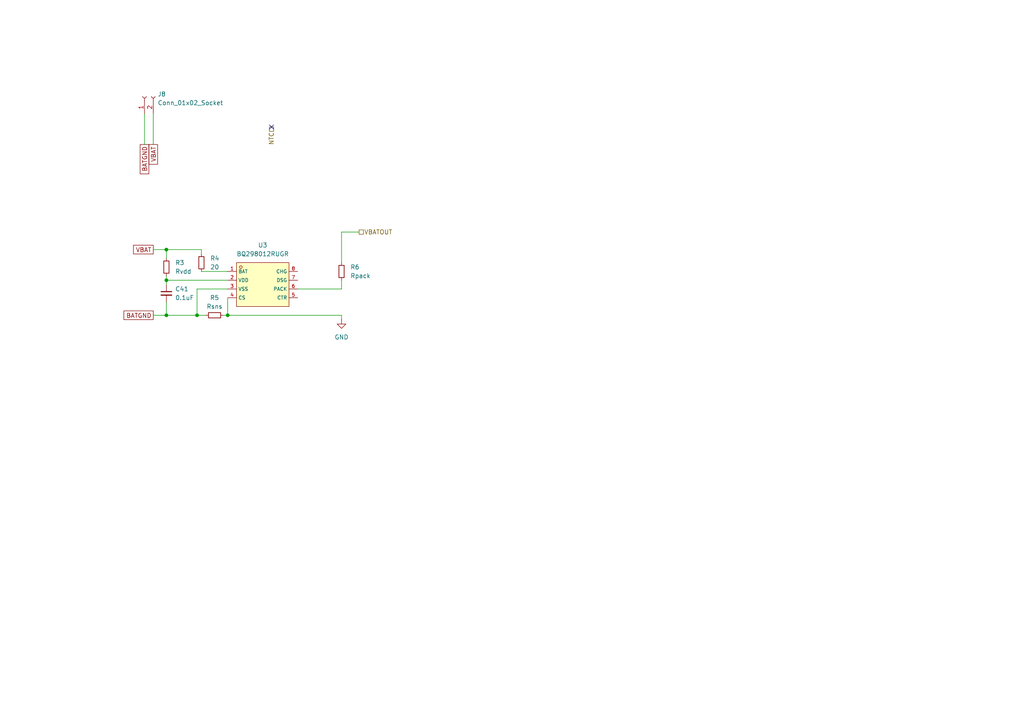
<source format=kicad_sch>
(kicad_sch (version 20231120) (generator "eeschema") (generator_version "8.0")
  (paper "A4")
  (lib_symbols
    (symbol "Connector:Conn_01x02_Socket" (pin_names (offset 1.016) hide)
      (property "Reference" "J" (at 0 2.54 0))
      (property "Value" "Conn_01x02_Socket" (at 0 -5.08 0))
      (symbol "Conn_01x02_Socket_1_1"
        (arc (start 0 -2.032) (mid -0.5058 -2.54) (end 0 -3.048) (stroke (width 0.1524)))
        (polyline (pts (xy -1.27 -2.54) (xy -0.508 -2.54)) (stroke (width 0.1524)))
        (polyline (pts (xy -1.27 0) (xy -0.508 0)) (stroke (width 0.1524)))
        (arc (start 0 0.508) (mid -0.5058 0) (end 0 -0.508) (stroke (width 0.1524)))
        (pin passive line (at -5.08 0 0) (length 3.81) (name "Pin_1") (number "1"))
        (pin passive line (at -5.08 -2.54 0) (length 3.81) (name "Pin_2") (number "2"))
      )
    )
    (symbol "Device:C_Small" (pin_numbers hide) (pin_names (offset 0.254) hide)
      (property "Reference" "C" (at 0.254 1.778 0))
      (property "Value" "C_Small" (at 0.254 -2.032 0))
      (symbol "C_Small_0_1"
        (polyline (pts (xy -1.524 -0.508) (xy 1.524 -0.508)) (stroke (width 0.3302)))
        (polyline (pts (xy -1.524 0.508) (xy 1.524 0.508)) (stroke (width 0.3048)))
      )
      (symbol "C_Small_1_1"
        (pin passive line (at 0 2.54 270) (length 2.032) (name "~") (number "1"))
        (pin passive line (at 0 -2.54 90) (length 2.032) (name "~") (number "2"))
      )
    )
    (symbol "Device:R_Small" (pin_numbers hide) (pin_names (offset 0.254) hide)
      (property "Reference" "R" (at 0.762 0.508 0))
      (property "Value" "R_Small" (at 0.762 -1.016 0))
      (symbol "R_Small_0_1"
        (rectangle (start -0.762 1.778) (end 0.762 -1.778) (stroke (width 0.2032)))
      )
      (symbol "R_Small_1_1"
        (pin passive line (at 0 2.54 270) (length 0.762) (name "~") (number "1"))
        (pin passive line (at 0 -2.54 90) (length 0.762) (name "~") (number "2"))
      )
    )
    (symbol "Library:BQ298012RUGR"
      (property "Reference" "U" (at 0 1.27 0))
      (property "Value" "BQ298012RUGR" (at 0 -2.54 0))
      (symbol "BQ298012RUGR_0_1"
        (rectangle (start -7.62 6.35) (end 7.62 -6.35) (fill (type background)))
        (circle (center -6.35 5.08) (radius 0.381) (fill (type background)))
        (pin unspecified line (at -10.16 3.81 0) (length 2.54) (name "BAT") (number "1"))
        (pin unspecified line (at -10.16 1.27 0) (length 2.54) (name "VDD") (number "2"))
        (pin unspecified line (at -10.16 -1.27 0) (length 2.54) (name "VSS") (number "3"))
        (pin unspecified line (at -10.16 -3.81 0) (length 2.54) (name "CS") (number "4"))
        (pin unspecified line (at 10.16 -3.81 180) (length 2.54) (name "CTR") (number "5"))
        (pin unspecified line (at 10.16 -1.27 180) (length 2.54) (name "PACK") (number "6"))
        (pin unspecified line (at 10.16 1.27 180) (length 2.54) (name "DSG") (number "7"))
        (pin unspecified line (at 10.16 3.81 180) (length 2.54) (name "CHG") (number "8"))
      )
    )
    (symbol "power:GND" (power) (pin_numbers hide) (pin_names (offset 0) hide)
      (property "Value" "GND" (at 0 -3.81 0))
      (symbol "GND_0_1"
        (polyline (pts (xy 0 0) (xy 0 -1.27) (xy 1.27 -1.27) (xy 0 -2.54) (xy -1.27 -1.27) (xy 0 -1.27)))
      )
      (symbol "GND_1_1"
        (pin power_in line (at 0 0 270) (length 0) (name "~") (number "1"))
      )
    )
  )
  (junction (at 48.26 72.39))
  (junction (at 48.26 81.28))
  (junction (at 57.15 91.44))
  (junction (at 66.04 91.44))
  (junction (at 48.26 91.44))
  (no_connect (at 78.74 36.83))
  (wire (pts (xy 99.06 76.2) (xy 99.06 67.31)))
  (wire (pts (xy 48.26 82.55) (xy 48.26 81.28)))
  (wire (pts (xy 48.26 91.44) (xy 48.26 87.63)))
  (wire (pts (xy 58.42 78.74) (xy 66.04 78.74)))
  (wire (pts (xy 66.04 91.44) (xy 99.06 91.44)))
  (wire (pts (xy 44.45 72.39) (xy 48.26 72.39)))
  (wire (pts (xy 44.45 91.44) (xy 48.26 91.44)))
  (wire (pts (xy 58.42 72.39) (xy 48.26 72.39)))
  (wire (pts (xy 86.36 83.82) (xy 99.06 83.82)))
  (wire (pts (xy 59.69 91.44) (xy 57.15 91.44)))
  (wire (pts (xy 41.91 33.02) (xy 41.91 41.91)))
  (wire (pts (xy 58.42 73.66) (xy 58.42 72.39)))
  (wire (pts (xy 48.26 81.28) (xy 66.04 81.28)))
  (wire (pts (xy 44.45 33.02) (xy 44.45 41.91)))
  (wire (pts (xy 64.77 91.44) (xy 66.04 91.44)))
  (wire (pts (xy 99.06 91.44) (xy 99.06 92.71)))
  (wire (pts (xy 48.26 72.39) (xy 48.26 74.93)))
  (wire (pts (xy 99.06 67.31) (xy 104.14 67.31)))
  (wire (pts (xy 99.06 83.82) (xy 99.06 81.28)))
  (wire (pts (xy 57.15 91.44) (xy 48.26 91.44)))
  (wire (pts (xy 48.26 80.01) (xy 48.26 81.28)))
  (wire (pts (xy 66.04 83.82) (xy 57.15 83.82)))
  (wire (pts (xy 66.04 91.44) (xy 66.04 86.36)))
  (wire (pts (xy 57.15 83.82) (xy 57.15 91.44)))
  (global_label "VBAT" (shape passive) (at 44.45 41.91 270) (property "Intersheetrefs" "${INTERSHEET_REFS}" (effects (hide yes))))
  (global_label "BATGND" (shape passive) (at 44.45 91.44 180) (property "Intersheetrefs" "${INTERSHEET_REFS}" (effects (hide yes))))
  (global_label "VBAT" (shape passive) (at 44.45 72.39 180) (property "Intersheetrefs" "${INTERSHEET_REFS}" (effects (hide yes))))
  (global_label "BATGND" (shape passive) (at 41.91 41.91 270) (property "Intersheetrefs" "${INTERSHEET_REFS}" (effects (hide yes))))
  (hierarchical_label "VBATOUT" (shape passive) (at 104.14 67.31 0))
  (hierarchical_label "NTC" (shape passive) (at 78.74 36.83 270))
  (symbol (lib_id "Connector:Conn_01x02_Socket") (at 41.91 27.94 90) (unit 1)
    (property "Reference" "J8" (at 45.72 27.3049 90) (effects (justify right)))
    (property "Value" "Conn_01x02_Socket" (at 45.72 29.8449 90) (effects (justify right)))
    (property "Footprint" "Connector_JST:JST_PH_S2B-PH-K_1x02_P2.00mm_Horizontal" (effects (hide yes)))
    (property "Description" "Generic connector, single row, 01x02, script generated" (effects (hide yes)))
  )
  (symbol (lib_id "power:GND") (at 99.06 92.71 0) (unit 1)
    (property "Reference" "#PWR044" (effects (hide yes)))
    (property "Value" "GND" (at 99.06 97.79 0))
    (property "Description" "Power symbol creates a global label with name \"GND\" , ground" (effects (hide yes)))
  )
  (symbol (lib_id "Device:R_Small") (at 62.23 91.44 90) (unit 1)
    (property "Reference" "R5" (at 62.23 86.36 90))
    (property "Value" "Rsns" (at 62.23 88.9 90))
    (property "Description" "Resistor, small symbol" (effects (hide yes)))
  )
  (symbol (lib_id "Device:R_Small") (at 58.42 76.2 0) (unit 1)
    (property "Reference" "R4" (at 60.96 74.9299 0) (effects (justify left)))
    (property "Value" "20" (at 60.96 77.4699 0) (effects (justify left)))
    (property "Description" "Resistor, small symbol" (effects (hide yes)))
  )
  (symbol (lib_id "Library:BQ298012RUGR") (at 76.2 82.55 0) (unit 1)
    (property "Reference" "U3" (at 76.2 71.12 0))
    (property "Value" "BQ298012RUGR" (at 76.2 73.66 0))
    (property "Footprint" "Library:X2QFN-8_L1.5-W1.5-P0.50-TL" (effects (hide yes)))
    (property "Datasheet" "https://www.ti.com/cn/lit/ds/symlink/ads7057.pdf?ts=1644852635778" (effects (hide yes)))
    (property "LCSC" "C2873374" (effects (hide yes)))
  )
  (symbol (lib_id "Device:R_Small") (at 48.26 77.47 0) (unit 1)
    (property "Reference" "R3" (at 50.8 76.1999 0) (effects (justify left)))
    (property "Value" "Rvdd" (at 50.8 78.7399 0) (effects (justify left)))
    (property "Description" "Resistor, small symbol" (effects (hide yes)))
  )
  (symbol (lib_id "Device:C_Small") (at 48.26 85.09 0) (unit 1)
    (property "Reference" "C41" (at 50.8 83.8262 0) (effects (justify left)))
    (property "Value" "0.1uF" (at 50.8 86.3662 0) (effects (justify left)))
    (property "Description" "Unpolarized capacitor, small symbol" (effects (hide yes)))
  )
  (symbol (lib_id "Device:R_Small") (at 99.06 78.74 0) (unit 1)
    (property "Reference" "R6" (at 101.6 77.4699 0) (effects (justify left)))
    (property "Value" "Rpack" (at 101.6 80.0099 0) (effects (justify left)))
    (property "Description" "Resistor, small symbol" (effects (hide yes)))
  )
)
</source>
